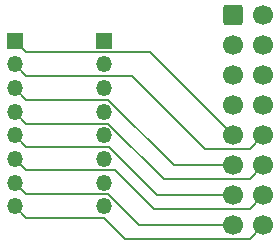
<source format=gbr>
%TF.GenerationSoftware,KiCad,Pcbnew,8.0.0*%
%TF.CreationDate,2024-03-20T18:06:58-05:00*%
%TF.ProjectId,ICD_2x8_16P_ breadboard_breakout,4943445f-3278-4385-9f31-36505f206272,rev?*%
%TF.SameCoordinates,Original*%
%TF.FileFunction,Copper,L2,Bot*%
%TF.FilePolarity,Positive*%
%FSLAX46Y46*%
G04 Gerber Fmt 4.6, Leading zero omitted, Abs format (unit mm)*
G04 Created by KiCad (PCBNEW 8.0.0) date 2024-03-20 18:06:58*
%MOMM*%
%LPD*%
G01*
G04 APERTURE LIST*
G04 Aperture macros list*
%AMRoundRect*
0 Rectangle with rounded corners*
0 $1 Rounding radius*
0 $2 $3 $4 $5 $6 $7 $8 $9 X,Y pos of 4 corners*
0 Add a 4 corners polygon primitive as box body*
4,1,4,$2,$3,$4,$5,$6,$7,$8,$9,$2,$3,0*
0 Add four circle primitives for the rounded corners*
1,1,$1+$1,$2,$3*
1,1,$1+$1,$4,$5*
1,1,$1+$1,$6,$7*
1,1,$1+$1,$8,$9*
0 Add four rect primitives between the rounded corners*
20,1,$1+$1,$2,$3,$4,$5,0*
20,1,$1+$1,$4,$5,$6,$7,0*
20,1,$1+$1,$6,$7,$8,$9,0*
20,1,$1+$1,$8,$9,$2,$3,0*%
G04 Aperture macros list end*
%TA.AperFunction,ComponentPad*%
%ADD10RoundRect,0.250000X-0.600000X-0.600000X0.600000X-0.600000X0.600000X0.600000X-0.600000X0.600000X0*%
%TD*%
%TA.AperFunction,ComponentPad*%
%ADD11C,1.700000*%
%TD*%
%TA.AperFunction,ComponentPad*%
%ADD12R,1.350000X1.350000*%
%TD*%
%TA.AperFunction,ComponentPad*%
%ADD13O,1.350000X1.350000*%
%TD*%
%TA.AperFunction,Conductor*%
%ADD14C,0.200000*%
%TD*%
G04 APERTURE END LIST*
D10*
%TO.P,J1,1,Pin_1*%
%TO.N,Net-(J1-Pin_1)*%
X103960000Y-60840000D03*
D11*
%TO.P,J1,2,Pin_2*%
%TO.N,Net-(J1-Pin_2)*%
X106500000Y-60840000D03*
%TO.P,J1,3,Pin_3*%
%TO.N,Net-(J1-Pin_3)*%
X103960000Y-63380000D03*
%TO.P,J1,4,Pin_4*%
%TO.N,Net-(J1-Pin_4)*%
X106500000Y-63380000D03*
%TO.P,J1,5,Pin_5*%
%TO.N,Net-(J1-Pin_5)*%
X103960000Y-65920000D03*
%TO.P,J1,6,Pin_6*%
%TO.N,Net-(J1-Pin_6)*%
X106500000Y-65920000D03*
%TO.P,J1,7,Pin_7*%
%TO.N,Net-(J1-Pin_7)*%
X103960000Y-68460000D03*
%TO.P,J1,8,Pin_8*%
%TO.N,Net-(J1-Pin_8)*%
X106500000Y-68460000D03*
%TO.P,J1,9,Pin_9*%
%TO.N,Net-(J1-Pin_9)*%
X103960000Y-71000000D03*
%TO.P,J1,10,Pin_10*%
%TO.N,Net-(J1-Pin_10)*%
X106500000Y-71000000D03*
%TO.P,J1,11,Pin_11*%
%TO.N,Net-(J1-Pin_11)*%
X103960000Y-73540000D03*
%TO.P,J1,12,Pin_12*%
%TO.N,Net-(J1-Pin_12)*%
X106500000Y-73540000D03*
%TO.P,J1,13,Pin_13*%
%TO.N,Net-(J1-Pin_13)*%
X103960000Y-76080000D03*
%TO.P,J1,14,Pin_14*%
%TO.N,Net-(J1-Pin_14)*%
X106500000Y-76080000D03*
%TO.P,J1,15,Pin_15*%
%TO.N,Net-(J1-Pin_15)*%
X103960000Y-78620000D03*
%TO.P,J1,16,Pin_16*%
%TO.N,Net-(J1-Pin_16)*%
X106500000Y-78620000D03*
%TD*%
D12*
%TO.P,J2,1,Pin_1*%
%TO.N,Net-(J1-Pin_1)*%
X93000000Y-63000000D03*
D13*
%TO.P,J2,2,Pin_2*%
%TO.N,Net-(J1-Pin_2)*%
X93000000Y-65000000D03*
%TO.P,J2,3,Pin_3*%
%TO.N,Net-(J1-Pin_3)*%
X93000000Y-67000000D03*
%TO.P,J2,4,Pin_4*%
%TO.N,Net-(J1-Pin_4)*%
X93000000Y-69000000D03*
%TO.P,J2,5,Pin_5*%
%TO.N,Net-(J1-Pin_5)*%
X93000000Y-71000000D03*
%TO.P,J2,6,Pin_6*%
%TO.N,Net-(J1-Pin_6)*%
X93000000Y-73000000D03*
%TO.P,J2,7,Pin_7*%
%TO.N,Net-(J1-Pin_7)*%
X93000000Y-75000000D03*
%TO.P,J2,8,Pin_8*%
%TO.N,Net-(J1-Pin_8)*%
X93000000Y-77000000D03*
%TD*%
D12*
%TO.P,J3,1,Pin_1*%
%TO.N,Net-(J1-Pin_9)*%
X85450000Y-63000000D03*
D13*
%TO.P,J3,2,Pin_2*%
%TO.N,Net-(J1-Pin_10)*%
X85450000Y-65000000D03*
%TO.P,J3,3,Pin_3*%
%TO.N,Net-(J1-Pin_11)*%
X85450000Y-67000000D03*
%TO.P,J3,4,Pin_4*%
%TO.N,Net-(J1-Pin_12)*%
X85450000Y-69000000D03*
%TO.P,J3,5,Pin_5*%
%TO.N,Net-(J1-Pin_13)*%
X85450000Y-71000000D03*
%TO.P,J3,6,Pin_6*%
%TO.N,Net-(J1-Pin_14)*%
X85450000Y-73000000D03*
%TO.P,J3,7,Pin_7*%
%TO.N,Net-(J1-Pin_15)*%
X85450000Y-75000000D03*
%TO.P,J3,8,Pin_8*%
%TO.N,Net-(J1-Pin_16)*%
X85450000Y-77000000D03*
%TD*%
D14*
%TO.N,Net-(J1-Pin_15)*%
X103960000Y-78620000D02*
X95998859Y-78620000D01*
X93378859Y-76000000D02*
X86450000Y-76000000D01*
X86450000Y-76000000D02*
X85450000Y-75000000D01*
X95998859Y-78620000D02*
X93378859Y-76000000D01*
%TO.N,Net-(J1-Pin_11)*%
X93378859Y-68000000D02*
X86450000Y-68000000D01*
X86450000Y-68000000D02*
X85450000Y-67000000D01*
X103960000Y-73540000D02*
X98918859Y-73540000D01*
X98918859Y-73540000D02*
X93378859Y-68000000D01*
%TO.N,Net-(J1-Pin_9)*%
X86425000Y-63975000D02*
X85450000Y-63000000D01*
X103960000Y-71000000D02*
X96935000Y-63975000D01*
X96935000Y-63975000D02*
X86425000Y-63975000D01*
%TO.N,Net-(J1-Pin_10)*%
X86425000Y-65975000D02*
X85450000Y-65000000D01*
X106500000Y-71000000D02*
X105350000Y-72150000D01*
X95353859Y-65975000D02*
X86425000Y-65975000D01*
X101528859Y-72150000D02*
X95353859Y-65975000D01*
X105350000Y-72150000D02*
X101528859Y-72150000D01*
%TO.N,Net-(J1-Pin_12)*%
X86450000Y-70000000D02*
X85450000Y-69000000D01*
X93378859Y-70000000D02*
X86450000Y-70000000D01*
X105350000Y-74690000D02*
X98068859Y-74690000D01*
X98068859Y-74690000D02*
X93378859Y-70000000D01*
X106500000Y-73540000D02*
X105350000Y-74690000D01*
%TO.N,Net-(J1-Pin_13)*%
X97508859Y-76080000D02*
X93403859Y-71975000D01*
X103960000Y-76080000D02*
X97508859Y-76080000D01*
X86425000Y-71975000D02*
X85450000Y-71000000D01*
X93403859Y-71975000D02*
X86425000Y-71975000D01*
%TO.N,Net-(J1-Pin_14)*%
X93974999Y-73975000D02*
X86425000Y-73975000D01*
X97229999Y-77230000D02*
X93974999Y-73975000D01*
X106500000Y-76080000D02*
X105350000Y-77230000D01*
X105350000Y-77230000D02*
X97229999Y-77230000D01*
X86425000Y-73975000D02*
X85450000Y-73000000D01*
%TO.N,Net-(J1-Pin_16)*%
X93000000Y-78000000D02*
X86450000Y-78000000D01*
X105350000Y-79770000D02*
X94770000Y-79770000D01*
X106500000Y-78620000D02*
X105350000Y-79770000D01*
X86450000Y-78000000D02*
X85450000Y-77000000D01*
X94770000Y-79770000D02*
X93000000Y-78000000D01*
%TD*%
M02*

</source>
